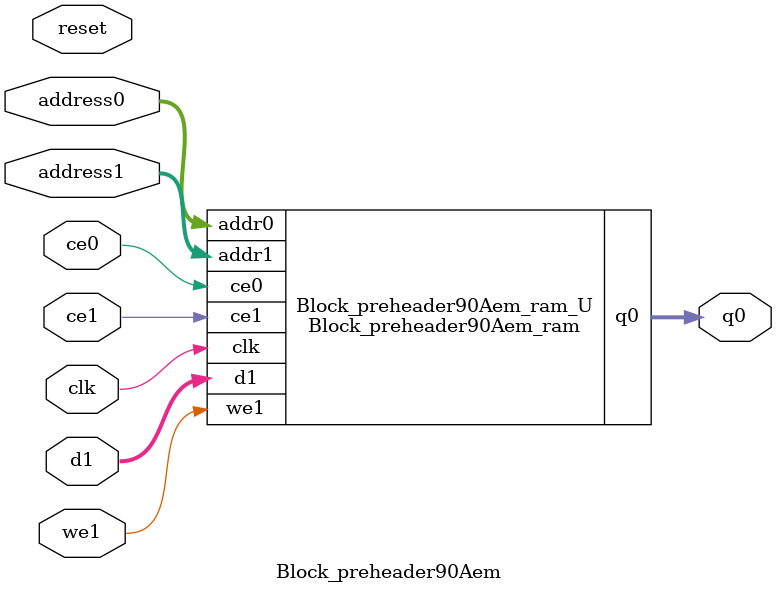
<source format=v>
`timescale 1 ns / 1 ps
module Block_preheader90Aem_ram (addr0, ce0, q0, addr1, ce1, d1, we1,  clk);

parameter DWIDTH = 4;
parameter AWIDTH = 8;
parameter MEM_SIZE = 162;

input[AWIDTH-1:0] addr0;
input ce0;
output reg[DWIDTH-1:0] q0;
input[AWIDTH-1:0] addr1;
input ce1;
input[DWIDTH-1:0] d1;
input we1;
input clk;

(* ram_style = "distributed" *)reg [DWIDTH-1:0] ram[0:MEM_SIZE-1];




always @(posedge clk)  
begin 
    if (ce0) begin
        q0 <= ram[addr0];
    end
end


always @(posedge clk)  
begin 
    if (ce1) begin
        if (we1) 
            ram[addr1] <= d1; 
    end
end


endmodule

`timescale 1 ns / 1 ps
module Block_preheader90Aem(
    reset,
    clk,
    address0,
    ce0,
    q0,
    address1,
    ce1,
    we1,
    d1);

parameter DataWidth = 32'd4;
parameter AddressRange = 32'd162;
parameter AddressWidth = 32'd8;
input reset;
input clk;
input[AddressWidth - 1:0] address0;
input ce0;
output[DataWidth - 1:0] q0;
input[AddressWidth - 1:0] address1;
input ce1;
input we1;
input[DataWidth - 1:0] d1;



Block_preheader90Aem_ram Block_preheader90Aem_ram_U(
    .clk( clk ),
    .addr0( address0 ),
    .ce0( ce0 ),
    .q0( q0 ),
    .addr1( address1 ),
    .ce1( ce1 ),
    .we1( we1 ),
    .d1( d1 ));

endmodule


</source>
